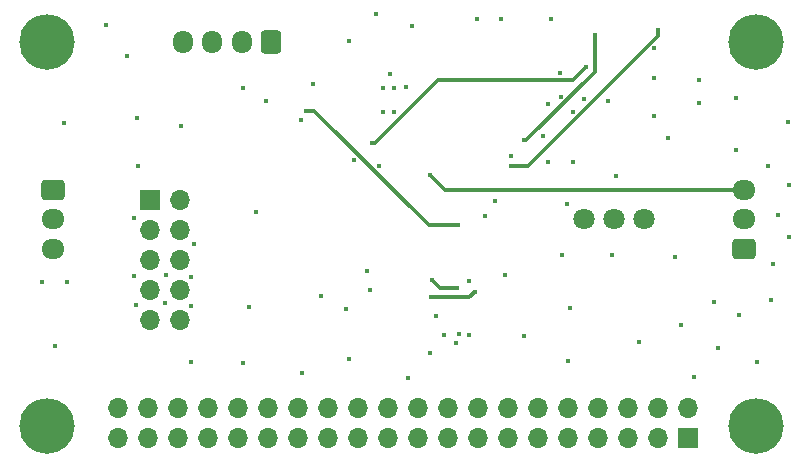
<source format=gbr>
%TF.GenerationSoftware,KiCad,Pcbnew,8.0.5*%
%TF.CreationDate,2024-10-22T17:39:12+02:00*%
%TF.ProjectId,Ingenuity,496e6765-6e75-4697-9479-2e6b69636164,rev?*%
%TF.SameCoordinates,Original*%
%TF.FileFunction,Copper,L4,Bot*%
%TF.FilePolarity,Positive*%
%FSLAX46Y46*%
G04 Gerber Fmt 4.6, Leading zero omitted, Abs format (unit mm)*
G04 Created by KiCad (PCBNEW 8.0.5) date 2024-10-22 17:39:12*
%MOMM*%
%LPD*%
G01*
G04 APERTURE LIST*
G04 Aperture macros list*
%AMRoundRect*
0 Rectangle with rounded corners*
0 $1 Rounding radius*
0 $2 $3 $4 $5 $6 $7 $8 $9 X,Y pos of 4 corners*
0 Add a 4 corners polygon primitive as box body*
4,1,4,$2,$3,$4,$5,$6,$7,$8,$9,$2,$3,0*
0 Add four circle primitives for the rounded corners*
1,1,$1+$1,$2,$3*
1,1,$1+$1,$4,$5*
1,1,$1+$1,$6,$7*
1,1,$1+$1,$8,$9*
0 Add four rect primitives between the rounded corners*
20,1,$1+$1,$2,$3,$4,$5,0*
20,1,$1+$1,$4,$5,$6,$7,0*
20,1,$1+$1,$6,$7,$8,$9,0*
20,1,$1+$1,$8,$9,$2,$3,0*%
G04 Aperture macros list end*
%TA.AperFunction,ComponentPad*%
%ADD10C,1.800000*%
%TD*%
%TA.AperFunction,ComponentPad*%
%ADD11RoundRect,0.250000X0.725000X-0.600000X0.725000X0.600000X-0.725000X0.600000X-0.725000X-0.600000X0*%
%TD*%
%TA.AperFunction,ComponentPad*%
%ADD12O,1.950000X1.700000*%
%TD*%
%TA.AperFunction,ComponentPad*%
%ADD13RoundRect,0.250000X-0.725000X0.600000X-0.725000X-0.600000X0.725000X-0.600000X0.725000X0.600000X0*%
%TD*%
%TA.AperFunction,ComponentPad*%
%ADD14R,1.700000X1.700000*%
%TD*%
%TA.AperFunction,ComponentPad*%
%ADD15O,1.700000X1.700000*%
%TD*%
%TA.AperFunction,ComponentPad*%
%ADD16RoundRect,0.250000X0.600000X0.725000X-0.600000X0.725000X-0.600000X-0.725000X0.600000X-0.725000X0*%
%TD*%
%TA.AperFunction,ComponentPad*%
%ADD17O,1.700000X1.950000*%
%TD*%
%TA.AperFunction,ComponentPad*%
%ADD18C,4.700000*%
%TD*%
%TA.AperFunction,ViaPad*%
%ADD19C,0.450000*%
%TD*%
%TA.AperFunction,Conductor*%
%ADD20C,0.300000*%
%TD*%
G04 APERTURE END LIST*
D10*
%TO.P,U1,1,Vin*%
%TO.N,+6V*%
X181040000Y-110000000D03*
%TO.P,U1,2,GND*%
%TO.N,GND*%
X178500000Y-110000000D03*
%TO.P,U1,3,Vout*%
%TO.N,+5V*%
X175960000Y-110000000D03*
%TD*%
D11*
%TO.P,J5,1,Pin_1*%
%TO.N,GND*%
X189500000Y-112500000D03*
D12*
%TO.P,J5,2,Pin_2*%
%TO.N,+6V*%
X189500000Y-110000000D03*
%TO.P,J5,3,Pin_3*%
%TO.N,PWM1*%
X189500000Y-107500000D03*
%TD*%
D13*
%TO.P,J4,1,Pin_1*%
%TO.N,GND*%
X131025000Y-107500000D03*
D12*
%TO.P,J4,2,Pin_2*%
%TO.N,unconnected-(J4-Pin_2-Pad2)*%
X131025000Y-110000000D03*
%TO.P,J4,3,Pin_3*%
%TO.N,PWM2*%
X131025000Y-112500000D03*
%TD*%
D14*
%TO.P,J3,1,Pin_1*%
%TO.N,unconnected-(J3-Pin_1-Pad1)*%
X184740000Y-128540000D03*
D15*
%TO.P,J3,2,Pin_2*%
%TO.N,+5V*%
X184740000Y-126000000D03*
%TO.P,J3,3,Pin_3*%
%TO.N,unconnected-(J3-Pin_3-Pad3)*%
X182200000Y-128540000D03*
%TO.P,J3,4,Pin_4*%
%TO.N,+5V*%
X182200000Y-126000000D03*
%TO.P,J3,5,Pin_5*%
%TO.N,unconnected-(J3-Pin_5-Pad5)*%
X179660000Y-128540000D03*
%TO.P,J3,6,Pin_6*%
%TO.N,GND*%
X179660000Y-126000000D03*
%TO.P,J3,7,Pin_7*%
%TO.N,unconnected-(J3-Pin_7-Pad7)*%
X177120000Y-128540000D03*
%TO.P,J3,8,Pin_8*%
%TO.N,USART2_RX*%
X177120000Y-126000000D03*
%TO.P,J3,9,Pin_9*%
%TO.N,GND*%
X174580000Y-128540000D03*
%TO.P,J3,10,Pin_10*%
%TO.N,USART2_TX*%
X174580000Y-126000000D03*
%TO.P,J3,11,Pin_11*%
%TO.N,unconnected-(J3-Pin_11-Pad11)*%
X172040000Y-128540000D03*
%TO.P,J3,12,Pin_12*%
%TO.N,unconnected-(J3-Pin_12-Pad12)*%
X172040000Y-126000000D03*
%TO.P,J3,13,Pin_13*%
%TO.N,unconnected-(J3-Pin_13-Pad13)*%
X169500000Y-128540000D03*
%TO.P,J3,14,Pin_14*%
%TO.N,GND*%
X169500000Y-126000000D03*
%TO.P,J3,15,Pin_15*%
%TO.N,unconnected-(J3-Pin_15-Pad15)*%
X166960000Y-128540000D03*
%TO.P,J3,16,Pin_16*%
%TO.N,unconnected-(J3-Pin_16-Pad16)*%
X166960000Y-126000000D03*
%TO.P,J3,17,Pin_17*%
%TO.N,unconnected-(J3-Pin_17-Pad17)*%
X164420000Y-128540000D03*
%TO.P,J3,18,Pin_18*%
%TO.N,unconnected-(J3-Pin_18-Pad18)*%
X164420000Y-126000000D03*
%TO.P,J3,19,Pin_19*%
%TO.N,unconnected-(J3-Pin_19-Pad19)*%
X161880000Y-128540000D03*
%TO.P,J3,20,Pin_20*%
%TO.N,GND*%
X161880000Y-126000000D03*
%TO.P,J3,21,Pin_21*%
%TO.N,unconnected-(J3-Pin_21-Pad21)*%
X159340000Y-128540000D03*
%TO.P,J3,22,Pin_22*%
%TO.N,unconnected-(J3-Pin_22-Pad22)*%
X159340000Y-126000000D03*
%TO.P,J3,23,Pin_23*%
%TO.N,unconnected-(J3-Pin_23-Pad23)*%
X156800000Y-128540000D03*
%TO.P,J3,24,Pin_24*%
%TO.N,unconnected-(J3-Pin_24-Pad24)*%
X156800000Y-126000000D03*
%TO.P,J3,25,Pin_25*%
%TO.N,GND*%
X154260000Y-128540000D03*
%TO.P,J3,26,Pin_26*%
%TO.N,unconnected-(J3-Pin_26-Pad26)*%
X154260000Y-126000000D03*
%TO.P,J3,27,Pin_27*%
%TO.N,unconnected-(J3-Pin_27-Pad27)*%
X151720000Y-128540000D03*
%TO.P,J3,28,Pin_28*%
%TO.N,unconnected-(J3-Pin_28-Pad28)*%
X151720000Y-126000000D03*
%TO.P,J3,29,Pin_29*%
%TO.N,unconnected-(J3-Pin_29-Pad29)*%
X149180000Y-128540000D03*
%TO.P,J3,30,Pin_30*%
%TO.N,GND*%
X149180000Y-126000000D03*
%TO.P,J3,31,Pin_31*%
%TO.N,unconnected-(J3-Pin_31-Pad31)*%
X146640000Y-128540000D03*
%TO.P,J3,32,Pin_32*%
%TO.N,unconnected-(J3-Pin_32-Pad32)*%
X146640000Y-126000000D03*
%TO.P,J3,33,Pin_33*%
%TO.N,unconnected-(J3-Pin_33-Pad33)*%
X144100000Y-128540000D03*
%TO.P,J3,34,Pin_34*%
%TO.N,GND*%
X144100000Y-126000000D03*
%TO.P,J3,35,Pin_35*%
%TO.N,unconnected-(J3-Pin_35-Pad35)*%
X141560000Y-128540000D03*
%TO.P,J3,36,Pin_36*%
%TO.N,unconnected-(J3-Pin_36-Pad36)*%
X141560000Y-126000000D03*
%TO.P,J3,37,Pin_37*%
%TO.N,unconnected-(J3-Pin_37-Pad37)*%
X139020000Y-128540000D03*
%TO.P,J3,38,Pin_38*%
%TO.N,unconnected-(J3-Pin_38-Pad38)*%
X139020000Y-126000000D03*
%TO.P,J3,39,Pin_39*%
%TO.N,GND*%
X136480000Y-128540000D03*
%TO.P,J3,40,Pin_40*%
%TO.N,unconnected-(J3-Pin_40-Pad40)*%
X136480000Y-126000000D03*
%TD*%
D14*
%TO.P,J2,1,Pin_1*%
%TO.N,INT*%
X139225000Y-108380000D03*
D15*
%TO.P,J2,2,Pin_2*%
%TO.N,I2C1_SCL*%
X141765000Y-108380000D03*
%TO.P,J2,3,Pin_3*%
%TO.N,+3.3V*%
X139225000Y-110920000D03*
%TO.P,J2,4,Pin_4*%
%TO.N,I2C1_SDA*%
X141765000Y-110920000D03*
%TO.P,J2,5,Pin_5*%
%TO.N,+3.3V*%
X139225000Y-113460000D03*
%TO.P,J2,6,Pin_6*%
%TO.N,GND*%
X141765000Y-113460000D03*
%TO.P,J2,7,Pin_7*%
%TO.N,unconnected-(J2-Pin_7-Pad7)*%
X139225000Y-116000000D03*
%TO.P,J2,8,Pin_8*%
%TO.N,unconnected-(J2-Pin_8-Pad8)*%
X141765000Y-116000000D03*
%TO.P,J2,9,Pin_9*%
%TO.N,unconnected-(J2-Pin_9-Pad9)*%
X139225000Y-118540000D03*
%TO.P,J2,10,Pin_10*%
%TO.N,unconnected-(J2-Pin_10-Pad10)*%
X141765000Y-118540000D03*
%TD*%
D16*
%TO.P,J1,1,Pin_1*%
%TO.N,Net-(J1-Pin_1)*%
X149500000Y-95000000D03*
D17*
%TO.P,J1,2,Pin_2*%
%TO.N,unconnected-(J1-Pin_2-Pad2)*%
X147000000Y-95000000D03*
%TO.P,J1,3,Pin_3*%
%TO.N,unconnected-(J1-Pin_3-Pad3)*%
X144500000Y-95000000D03*
%TO.P,J1,4,Pin_4*%
%TO.N,GND*%
X142000000Y-95000000D03*
%TD*%
D18*
%TO.P,H4,1,1*%
%TO.N,GND*%
X130500000Y-127500000D03*
%TD*%
%TO.P,H3,1,1*%
%TO.N,GND*%
X190500000Y-127500000D03*
%TD*%
%TO.P,H2,1,1*%
%TO.N,GND*%
X190500000Y-95000000D03*
%TD*%
%TO.P,H1,1,1*%
%TO.N,GND*%
X130500000Y-95000000D03*
%TD*%
D19*
%TO.N,GND*%
X135473725Y-93571419D03*
X131900000Y-101800000D03*
X137300000Y-96200000D03*
X138100000Y-101400000D03*
X147113288Y-98867839D03*
X156100000Y-94900000D03*
X158328891Y-92592043D03*
X161367005Y-93581197D03*
X183100000Y-103100000D03*
X188801517Y-99685861D03*
X188800000Y-104100000D03*
X193239623Y-101779308D03*
X191500000Y-105500000D03*
X193300000Y-107100000D03*
X192400000Y-109600000D03*
X193300000Y-111500000D03*
X192000000Y-113800000D03*
X191800000Y-116800000D03*
X189100000Y-118100000D03*
X190600000Y-122100000D03*
X185298725Y-123376820D03*
X187300000Y-120900000D03*
X186994416Y-117002275D03*
X183700000Y-113200000D03*
X169283859Y-114678549D03*
X174800000Y-117500000D03*
X170853943Y-119859830D03*
X147105097Y-122184465D03*
X152100000Y-123000000D03*
X156051092Y-121807645D03*
X161100000Y-123400000D03*
X155800000Y-117600000D03*
X153709966Y-116506538D03*
X147586635Y-117401486D03*
X142700000Y-122100000D03*
X131200000Y-120700000D03*
X130100000Y-115300000D03*
X132200000Y-115300000D03*
X137900000Y-109900000D03*
X138000000Y-117200000D03*
X137900000Y-114800000D03*
X140600000Y-114700000D03*
X140500000Y-117100000D03*
X142700000Y-117300000D03*
X142700000Y-114900000D03*
X142900000Y-112100000D03*
X138200000Y-105500000D03*
X141800000Y-102100000D03*
X152000000Y-101600000D03*
X159500000Y-97700000D03*
X181900000Y-101200000D03*
X181900000Y-98000000D03*
X181900000Y-95500000D03*
X178000000Y-100000000D03*
X176000000Y-99800000D03*
X172900000Y-100200000D03*
X169800000Y-104600000D03*
X172500000Y-102900000D03*
X172900000Y-105100000D03*
X174500000Y-108700000D03*
X174100000Y-113000000D03*
X178300000Y-113000000D03*
X184200000Y-118900000D03*
X180600000Y-120400000D03*
X174600000Y-122000000D03*
X162900000Y-121300000D03*
X157800000Y-116000000D03*
X157600000Y-114400000D03*
X166200000Y-115200000D03*
%TO.N,USART1_RX*%
X182200000Y-94000000D03*
%TO.N,USART1_TX*%
X170900000Y-103300000D03*
X176900000Y-94400000D03*
%TO.N,PWM1*%
X162900000Y-106200000D03*
%TO.N,USART1_RX*%
X169800000Y-105500000D03*
%TO.N,TENSION_BATTERIE*%
X165300000Y-110500000D03*
X152400000Y-100800000D03*
%TO.N,NRST*%
X158000000Y-103500000D03*
X176100000Y-97100000D03*
%TO.N,SPI_CS*%
X163000000Y-116600000D03*
X166700000Y-116100000D03*
%TO.N,SPI1_SCK*%
X165200000Y-115800000D03*
X163100000Y-115100000D03*
%TO.N,GND*%
X173200000Y-93012500D03*
X168900000Y-93012500D03*
X166900000Y-93012500D03*
%TO.N,+3.3V*%
X185700000Y-100100000D03*
X174000000Y-99600000D03*
X158600000Y-105500000D03*
X168400000Y-108400000D03*
X166200000Y-119800000D03*
X164100000Y-119800000D03*
X173900000Y-97600000D03*
%TO.N,GND*%
X167600000Y-109700000D03*
X156500000Y-105000000D03*
X148200000Y-109400000D03*
X185700000Y-98200000D03*
X160900000Y-98800000D03*
X163400000Y-118200000D03*
X165400000Y-119700000D03*
X178700000Y-106300000D03*
X165100000Y-120500000D03*
X149000000Y-100000000D03*
X153000000Y-98500000D03*
X159900000Y-98900000D03*
X158900000Y-98900000D03*
%TO.N,+3.3V*%
X158900000Y-100900000D03*
X159900000Y-100900000D03*
%TO.N,GND*%
X175000000Y-100900000D03*
X175000000Y-105100000D03*
%TD*%
D20*
%TO.N,SPI_CS*%
X166700000Y-116100000D02*
X166200000Y-116600000D01*
X166200000Y-116600000D02*
X163000000Y-116600000D01*
%TO.N,SPI1_SCK*%
X163800000Y-115800000D02*
X163100000Y-115100000D01*
X165200000Y-115800000D02*
X163800000Y-115800000D01*
%TO.N,USART1_RX*%
X171177818Y-105500000D02*
X169800000Y-105500000D01*
X182200000Y-94000000D02*
X182200000Y-94477818D01*
X182200000Y-94477818D02*
X171177818Y-105500000D01*
%TO.N,USART1_TX*%
X171077818Y-103300000D02*
X176900000Y-97477818D01*
X176900000Y-97477818D02*
X176900000Y-94400000D01*
X170900000Y-103300000D02*
X171077818Y-103300000D01*
%TO.N,PWM1*%
X162900000Y-106200000D02*
X164200000Y-107500000D01*
X164200000Y-107500000D02*
X189500000Y-107500000D01*
%TO.N,TENSION_BATTERIE*%
X153122182Y-100800000D02*
X162822182Y-110500000D01*
X152400000Y-100800000D02*
X153122182Y-100800000D01*
X162822182Y-110500000D02*
X165300000Y-110500000D01*
%TO.N,NRST*%
X158277818Y-103500000D02*
X158000000Y-103500000D01*
X176100000Y-97100000D02*
X175050000Y-98150000D01*
X175050000Y-98150000D02*
X163627818Y-98150000D01*
X163627818Y-98150000D02*
X158277818Y-103500000D01*
%TD*%
M02*

</source>
